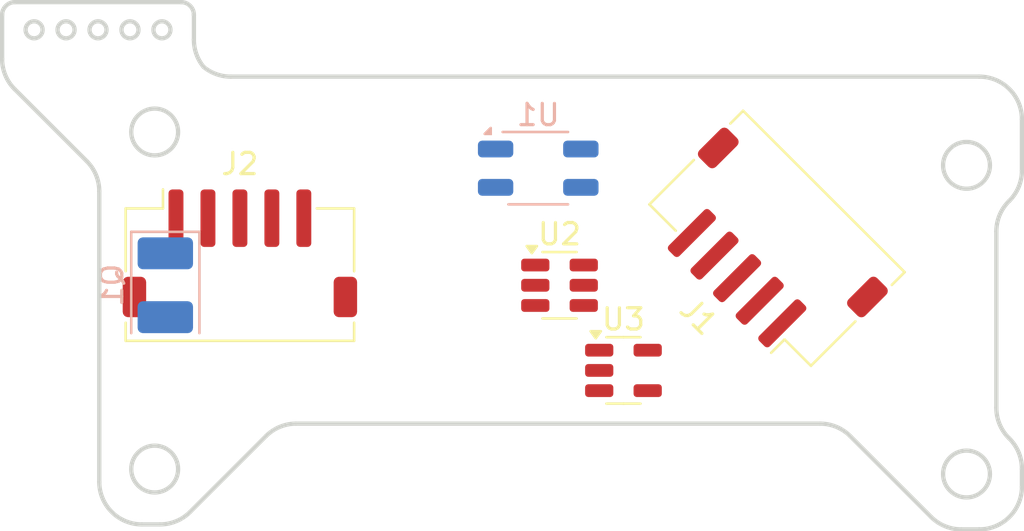
<source format=kicad_pcb>
(kicad_pcb (version 20241229) (generator "pcbnew") (generator_version "9.0")
  (layers (0 "F.Cu" signal) (2 "B.Cu" signal) (13 "F.Paste" user) (15 "B.Paste" user) (5 "F.SilkS" user "F.Silkscreen") (7 "B.SilkS" user "B.Silkscreen") (1 "F.Mask" user) (3 "B.Mask" user) (25 "Edge.Cuts" user))
  (net 0 "")
  (net 1 "Net-(J1-Pin_4)")
  (net 2 "GND")
  (net 3 "+5V")
  (net 4 "/temp")
  (net 5 "Net-(J1-Pin_3)")
  (net 6 "Net-(J2-Pin_2)")
  (net 7 "+3.3V")
  (net 8 "Net-(Q1-C)")
  (net 9 "Net-(U1-A)")
  (net 10 "Net-(U2-2A)")
  (footprint "Connector_JST:JST_ZH_S5B-ZR-SM4A-TF_1x05-1MP_P1.50mm_Horizontal" (layer "F.Cu") (at 108 97 135)
    (property "Reference" "J1" (at 0 -4.199999 135) (layer "F.SilkS"))
    (property "Value" "Conn_01x05")
    (fp_line (start 5.36 -2.11) (end 3.61 -2.11) (stroke (width 0.12)) (layer "F.SilkS"))
    (fp_line (start 5.36 0.84) (end 5.36 -2.11) (stroke (width 0.12)) (layer "F.SilkS"))
    (fp_line (start 5.36 4.11) (end 5.36 3.26) (stroke (width 0.12)) (layer "F.SilkS"))
    (fp_line (start -3.61 -2.11) (end -3.61 -3) (stroke (width 0.12)) (layer "F.SilkS"))
    (fp_line (start -5.36 -2.11) (end -3.61 -2.11) (stroke (width 0.12)) (layer "F.SilkS"))
    (fp_line (start -5.36 0.84) (end -5.36 -2.11) (stroke (width 0.12)) (layer "F.SilkS"))
    (fp_line (start -5.36 3.26) (end -5.36 4.11) (stroke (width 0.12)) (layer "F.SilkS"))
    (fp_line (start -5.36 4.11) (end 5.36 4.11) (stroke (width 0.12)) (layer "F.SilkS"))
    (pad "1" smd roundrect (at -3 -1.65 135) (size 0.7 2.7) (layers "F.Cu" "F.Mask" "F.Paste") (net 2 "GND"))
    (pad "2" smd roundrect (at -1.5 -1.65 135) (size 0.7 2.7) (layers "F.Cu" "F.Mask" "F.Paste") (net 3 "+5V"))
    (pad "3" smd roundrect (at 0 -1.65 135) (size 0.7 2.7) (layers "F.Cu" "F.Mask" "F.Paste") (net 5 "Net-(J1-Pin_3)"))
    (pad "4" smd roundrect (at 1.5 -1.65 135) (size 0.7 2.7) (layers "F.Cu" "F.Mask" "F.Paste") (net 1 "Net-(J1-Pin_4)"))
    (pad "5" smd roundrect (at 3 -1.65 135) (size 0.7 2.7) (layers "F.Cu" "F.Mask" "F.Paste") (net 4 "/temp"))
    (pad "MP" smd roundrect (at -4.95 2.049999 135) (size 1.1 1.9) (layers "F.Cu" "F.Mask" "F.Paste") (roundrect_rratio 0.227273))
    (pad "MP" smd roundrect (at 4.95 2.049999 135) (size 1.1 1.9) (layers "F.Cu" "F.Mask" "F.Paste") (roundrect_rratio 0.227273))
  )
  (footprint "Package_TO_SOT_SMD:SOT-23-5" (layer "F.Cu") (at 101.5 102.5)
    (property "Reference" "U3" (at 0 -2.4 0) (layer "F.SilkS"))
    (property "Value" "SPX3819M5-L-3-3")
    (fp_line (start 0 -1.56) (end -0.8 -1.56) (stroke (width 0.12)) (layer "F.SilkS"))
    (fp_line (start 0 -1.56) (end 0.8 -1.56) (stroke (width 0.12)) (layer "F.SilkS"))
    (fp_line (start 0 1.56) (end -0.8 1.56) (stroke (width 0.12)) (layer "F.SilkS"))
    (fp_line (start 0 1.56) (end 0.8 1.56) (stroke (width 0.12)) (layer "F.SilkS"))
    (fp_poly (pts (xy -1.3 -1.51) (xy -1.54 -1.84) (xy -1.06 -1.84)) (stroke (width 0.12)) (fill yes) (layer "F.SilkS"))
    (pad "1" smd roundrect (at -1.1375 -0.95) (size 1.325 0.6) (layers "F.Cu" "F.Mask" "F.Paste") (net 3 "+5V"))
    (pad "2" smd roundrect (at -1.1375 0) (size 1.325 0.6) (layers "F.Cu" "F.Mask" "F.Paste") (net 2 "GND"))
    (pad "3" smd roundrect (at -1.1375 0.95) (size 1.325 0.6) (layers "F.Cu" "F.Mask" "F.Paste") (net 3 "+5V"))
    (pad "4" smd roundrect (at 1.1375 0.95) (size 1.325 0.6) (layers "F.Cu" "F.Mask" "F.Paste"))
    (pad "5" smd roundrect (at 1.1375 -0.95) (size 1.325 0.6) (layers "F.Cu" "F.Mask" "F.Paste") (net 7 "+3.3V"))
  )
  (footprint "Connector_JST:JST_ZH_S5B-ZR-SM4A-TF_1x05-1MP_P1.50mm_Horizontal" (layer "F.Cu") (at 83.5 97)
    (property "Reference" "J2" (at 0 -4.2 0) (layer "F.SilkS"))
    (property "Value" "Conn_01x05")
    (fp_line (start -5.36 -2.11) (end -3.61 -2.11) (stroke (width 0.12)) (layer "F.SilkS"))
    (fp_line (start -5.36 0.84) (end -5.36 -2.11) (stroke (width 0.12)) (layer "F.SilkS"))
    (fp_line (start -5.36 3.26) (end -5.36 4.11) (stroke (width 0.12)) (layer "F.SilkS"))
    (fp_line (start -5.36 4.11) (end 5.36 4.11) (stroke (width 0.12)) (layer "F.SilkS"))
    (fp_line (start -3.61 -2.11) (end -3.61 -3) (stroke (width 0.12)) (layer "F.SilkS"))
    (fp_line (start 5.36 -2.11) (end 3.61 -2.11) (stroke (width 0.12)) (layer "F.SilkS"))
    (fp_line (start 5.36 0.84) (end 5.36 -2.11) (stroke (width 0.12)) (layer "F.SilkS"))
    (fp_line (start 5.36 4.11) (end 5.36 3.26) (stroke (width 0.12)) (layer "F.SilkS"))
    (pad "1" smd roundrect (at -3 -1.65) (size 0.7 2.7) (layers "F.Cu" "F.Mask" "F.Paste") (net 2 "GND"))
    (pad "2" smd roundrect (at -1.5 -1.65) (size 0.7 2.7) (layers "F.Cu" "F.Mask" "F.Paste") (net 6 "Net-(J2-Pin_2)"))
    (pad "3" smd roundrect (at 0 -1.65) (size 0.7 2.7) (layers "F.Cu" "F.Mask" "F.Paste") (net 2 "GND"))
    (pad "4" smd roundrect (at 1.5 -1.65) (size 0.7 2.7) (layers "F.Cu" "F.Mask" "F.Paste") (net 4 "/temp"))
    (pad "5" smd roundrect (at 3 -1.65) (size 0.7 2.7) (layers "F.Cu" "F.Mask" "F.Paste") (net 7 "+3.3V"))
    (pad "MP" smd roundrect (at -4.95 2.05) (size 1.1 1.9) (layers "F.Cu" "F.Mask" "F.Paste") (roundrect_rratio 0.227273))
    (pad "MP" smd roundrect (at 4.95 2.05) (size 1.1 1.9) (layers "F.Cu" "F.Mask" "F.Paste") (roundrect_rratio 0.227273))
  )
  (footprint "Package_TO_SOT_SMD:SOT-23-6" (layer "F.Cu") (at 98.5 98.5)
    (property "Reference" "U2" (at 0 -2.4 0) (layer "F.SilkS"))
    (property "Value" "SN74LVC2G14DBV")
    (fp_line (start 0 -1.56) (end -0.8 -1.56) (stroke (width 0.12)) (layer "F.SilkS"))
    (fp_line (start 0 -1.56) (end 0.8 -1.56) (stroke (width 0.12)) (layer "F.SilkS"))
    (fp_line (start 0 1.56) (end -0.8 1.56) (stroke (width 0.12)) (layer "F.SilkS"))
    (fp_line (start 0 1.56) (end 0.8 1.56) (stroke (width 0.12)) (layer "F.SilkS"))
    (fp_poly (pts (xy -1.3 -1.51) (xy -1.54 -1.84) (xy -1.06 -1.84)) (stroke (width 0.12)) (fill yes) (layer "F.SilkS"))
    (pad "1" smd roundrect (at -1.1375 -0.95) (size 1.325 0.6) (layers "F.Cu" "F.Mask" "F.Paste") (net 8 "Net-(Q1-C)"))
    (pad "2" smd roundrect (at -1.1375 0) (size 1.325 0.6) (layers "F.Cu" "F.Mask" "F.Paste") (net 2 "GND"))
    (pad "3" smd roundrect (at -1.1375 0.95) (size 1.325 0.6) (layers "F.Cu" "F.Mask" "F.Paste") (net 10 "Net-(U2-2A)"))
    (pad "4" smd roundrect (at 1.1375 0.95) (size 1.325 0.6) (layers "F.Cu" "F.Mask" "F.Paste") (net 5 "Net-(J1-Pin_3)"))
    (pad "5" smd roundrect (at 1.1375 0) (size 1.325 0.6) (layers "F.Cu" "F.Mask" "F.Paste") (net 7 "+3.3V"))
    (pad "6" smd roundrect (at 1.1375 -0.95) (size 1.325 0.6) (layers "F.Cu" "F.Mask" "F.Paste") (net 1 "Net-(J1-Pin_4)"))
  )
  (footprint "OptoDevice:OnSemi_CASE100CY" (layer "B.Cu") (at 97.5 93 -90)
    (property "Reference" "U1" (at -2.5 0 0) (layer "B.SilkS") (effects (justify mirror)))
    (property "Value" "QRE1113GR")
    (fp_line (start -1.7 -1.4) (end -1.7 1.67) (stroke (width 0.12)) (layer "B.SilkS"))
    (fp_line (start 1.7 -1.4) (end 1.7 1.4) (stroke (width 0.12)) (layer "B.SilkS"))
    (fp_poly (pts (xy -1.61 2.23) (xy -1.89 2.23) (xy -1.61 2.51) (xy -1.61 2.23)) (stroke (width 0.12)) (fill yes) (layer "B.SilkS"))
    (pad "1" smd roundrect (at -0.9 2 270) (size 0.79 1.66) (layers "B.Cu" "B.Mask" "B.Paste") (net 9 "Net-(U1-A)"))
    (pad "2" smd roundrect (at -0.9 -2 270) (size 0.79 1.66) (layers "B.Cu" "B.Mask" "B.Paste") (net 2 "GND"))
    (pad "3" smd roundrect (at 0.9 -2 270) (size 0.79 1.66) (layers "B.Cu" "B.Mask" "B.Paste") (net 10 "Net-(U2-2A)"))
    (pad "4" smd roundrect (at 0.9 2 270) (size 0.79 1.66) (layers "B.Cu" "B.Mask" "B.Paste") (net 2 "GND"))
  )
  (footprint "LED_SMD:LED_PLCC-2_3.4x3.0mm_KA" (layer "B.Cu") (at 80 98.5 -90)
    (property "Reference" "Q1" (at 0 2.5 90) (layer "B.SilkS") (effects (justify mirror)))
    (property "Value" "SFH320")
    (fp_line (start -2.51 1.6) (end -2.51 -1.6) (stroke (width 0.12)) (layer "B.SilkS"))
    (fp_line (start 2.25 1.6) (end -2.51 1.6) (stroke (width 0.12)) (layer "B.SilkS"))
    (fp_line (start 2.25 -1.6) (end -2.51 -1.6) (stroke (width 0.12)) (layer "B.SilkS"))
    (pad "1" smd roundrect (at -1.5 0 270) (size 1.5 2.6) (layers "B.Cu" "B.Mask" "B.Paste") (roundrect_rratio 0.1666666667) (net 8 "Net-(Q1-C)"))
    (pad "2" smd roundrect (at 1.5 0 270) (size 1.5 2.6) (layers "B.Cu" "B.Mask" "B.Paste") (roundrect_rratio 0.1666666667) (net 2 "GND"))
  )
  (gr_arc (start 81.16273 109.148229) (mid 80.513902 109.581769) (end 79.748533 109.733998) (stroke (width 0.2)) (layer "Edge.Cuts"))
  (gr_line (start 76.31416 92.67294) (end 72.92701 89.28579) (stroke (width 0.2)) (layer "Edge.Cuts"))
  (gr_line (start 72.341219 87.861302) (end 72.341219 85.8) (stroke (width 0.2)) (layer "Edge.Cuts"))
  (gr_arc (start 84.725129 105.585829) (mid 85.374018 105.152236) (end 86.126595 105) (stroke (width 0.2)) (layer "Edge.Cuts"))
  (gr_line (start 81.16273 109.148229) (end 84.725129 105.585829) (stroke (width 0.2)) (layer "Edge.Cuts"))
  (gr_line (start 76.900005 107.734) (end 76.900005 94.087213) (stroke (width 0.2)) (layer "Edge.Cuts"))
  (gr_arc (start 119.585803 105.675847) (mid 119.152235 105.026985) (end 119 104.248952) (stroke (width 0.2)) (layer "Edge.Cuts"))
  (gr_arc (start 118.2 88.7) (mid 119.614214 89.285786) (end 120.2 90.7) (stroke (width 0.2)) (layer "Edge.Cuts"))
  (gr_line (start 81.341219 86.9611) (end 81.341219 85.8) (stroke (width 0.2)) (layer "Edge.Cuts"))
  (gr_line (start 72.941219 85.2) (end 80.7412 85.2) (stroke (width 0.2)) (layer "Edge.Cuts"))
  (gr_line (start 120.2 93.1145) (end 120.2 90.7) (stroke (width 0.2)) (layer "Edge.Cuts"))
  (gr_circle (center 75.341219 86.5) (end 75.741219 86.5) (stroke (width 0.2)) (fill no) (layer "Edge.Cuts"))
  (gr_circle (center 79.841219 86.5) (end 80.241219 86.5) (stroke (width 0.2)) (fill no) (layer "Edge.Cuts"))
  (gr_line (start 81.3412 85.8) (end 81.341219 85.8) (stroke (width 0.2)) (layer "Edge.Cuts"))
  (gr_line (start 119 104.248952) (end 119 95.9714) (stroke (width 0.2)) (layer "Edge.Cuts"))
  (gr_line (start 78.9 109.733998) (end 79.748533 109.733998) (stroke (width 0.2)) (layer "Edge.Cuts"))
  (gr_circle (center 117.6 92.866002) (end 118.7 92.866002) (stroke (width 0.2)) (fill no) (layer "Edge.Cuts"))
  (gr_arc (start 120.2 107.967) (mid 119.614214 109.381213) (end 118.2 109.967) (stroke (width 0.2)) (layer "Edge.Cuts"))
  (gr_arc (start 120.2 93.1145) (mid 120.047749 93.87989) (end 119.617895 94.525062) (stroke (width 0.2)) (layer "Edge.Cuts"))
  (gr_arc (start 78.9 109.733998) (mid 77.485789 109.148213) (end 76.900005 107.734) (stroke (width 0.2)) (layer "Edge.Cuts"))
  (gr_arc (start 72.341219 85.8) (mid 72.516956 85.375743) (end 72.941219 85.2) (stroke (width 0.2)) (layer "Edge.Cuts"))
  (gr_circle (center 76.841219 86.5) (end 77.241219 86.5) (stroke (width 0.2)) (fill no) (layer "Edge.Cuts"))
  (gr_line (start 119.614204 105.704247) (end 119.585803 105.675847) (stroke (width 0.2)) (layer "Edge.Cuts"))
  (gr_line (start 117.3515 109.966999) (end 118.2 109.966999) (stroke (width 0.2)) (layer "Edge.Cuts"))
  (gr_circle (center 78.341219 86.5) (end 78.741219 86.5) (stroke (width 0.2)) (fill no) (layer "Edge.Cuts"))
  (gr_arc (start 76.31416 92.67294) (mid 76.747759 93.321847) (end 76.900005 94.087213) (stroke (width 0.2)) (layer "Edge.Cuts"))
  (gr_line (start 118.2 109.967) (end 118.2 109.966999) (stroke (width 0.2)) (layer "Edge.Cuts"))
  (gr_circle (center 79.500005 107.133998) (end 80.600005 107.133998) (stroke (width 0.2)) (fill no) (layer "Edge.Cuts"))
  (gr_arc (start 83.07 88.7) (mid 82.394233 88.582376) (end 81.797935 88.243284) (stroke (width 0.2)) (layer "Edge.Cuts"))
  (gr_arc (start 72.92701 89.28579) (mid 72.493465 88.636939) (end 72.341219 87.861302) (stroke (width 0.2)) (layer "Edge.Cuts"))
  (gr_circle (center 73.841219 86.5) (end 74.241219 86.5) (stroke (width 0.2)) (fill no) (layer "Edge.Cuts"))
  (gr_line (start 110.7276 105) (end 86.126595 105) (stroke (width 0.2)) (layer "Edge.Cuts"))
  (gr_arc (start 117.3515 109.966999) (mid 116.586111 109.814749) (end 115.941221 109.385176) (stroke (width 0.2)) (layer "Edge.Cuts"))
  (gr_arc (start 119.614204 105.704247) (mid 120.047769 106.353102) (end 120.2 107.118471) (stroke (width 0.2)) (layer "Edge.Cuts"))
  (gr_line (start 112.14753 105.591484) (end 115.941221 109.385176) (stroke (width 0.2)) (layer "Edge.Cuts"))
  (gr_line (start 83.07 88.7) (end 118.2 88.7) (stroke (width 0.2)) (layer "Edge.Cuts"))
  (gr_arc (start 81.797935 88.243284) (mid 81.458864 87.646977) (end 81.341219 86.9611) (stroke (width 0.2)) (layer "Edge.Cuts"))
  (gr_line (start 119.591681 94.551275) (end 119.617895 94.525062) (stroke (width 0.2)) (layer "Edge.Cuts"))
  (gr_arc (start 110.7276 105) (mid 111.492981 105.152247) (end 112.14753 105.591484) (stroke (width 0.2)) (layer "Edge.Cuts"))
  (gr_line (start 120.2 107.967) (end 120.2 107.118471) (stroke (width 0.2)) (layer "Edge.Cuts"))
  (gr_arc (start 80.7412 85.2) (mid 81.165471 85.375743) (end 81.3412 85.8) (stroke (width 0.2)) (layer "Edge.Cuts"))
  (gr_circle (center 79.500005 91.3) (end 80.600005 91.3) (stroke (width 0.2)) (fill no) (layer "Edge.Cuts"))
  (gr_arc (start 119 95.9714) (mid 119.152246 95.206021) (end 119.591681 94.551275) (stroke (width 0.2)) (layer "Edge.Cuts"))
  (gr_circle (center 117.6 107.366999) (end 118.7 107.366999) (stroke (width 0.2)) (fill no) (layer "Edge.Cuts"))
)
</source>
